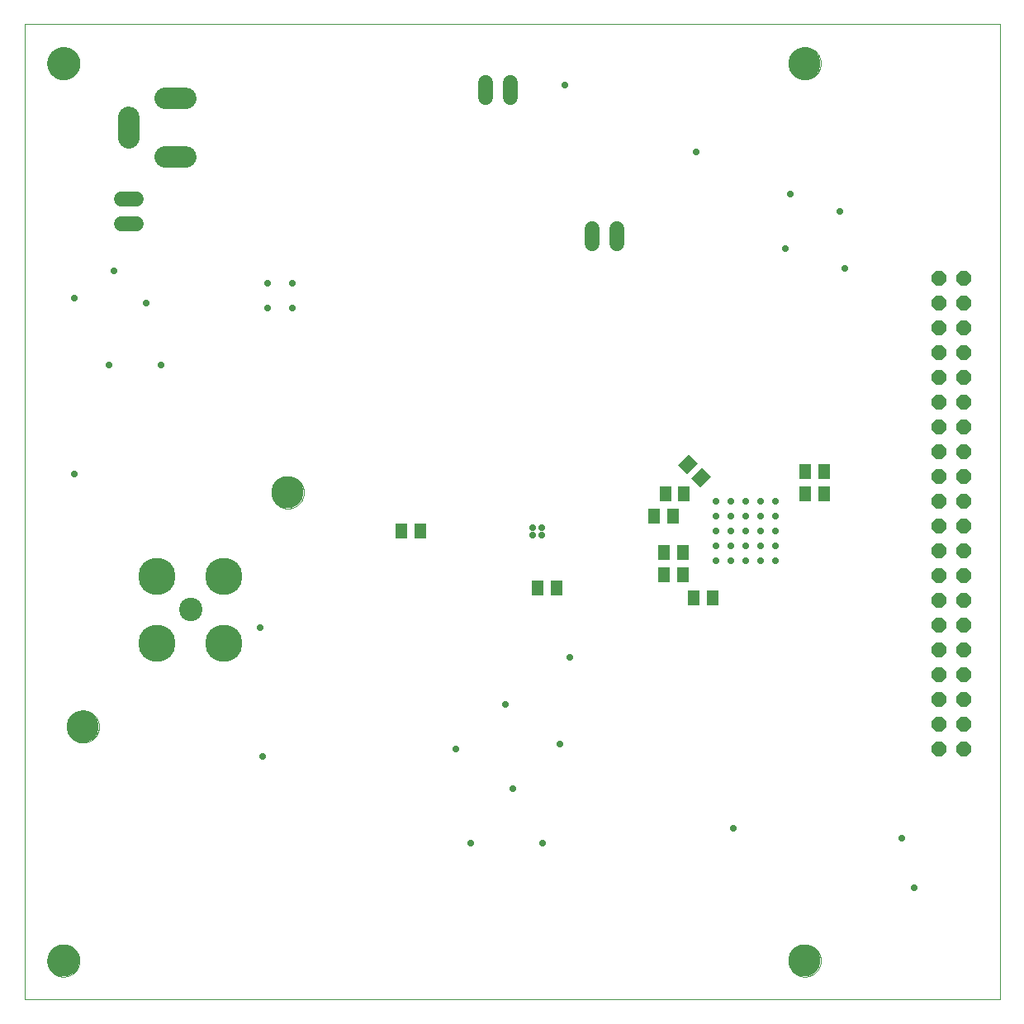
<source format=gbs>
G75*
%MOIN*%
%OFA0B0*%
%FSLAX25Y25*%
%IPPOS*%
%LPD*%
%AMOC8*
5,1,8,0,0,1.08239X$1,22.5*
%
%ADD10C,0.00000*%
%ADD11R,0.05118X0.05906*%
%ADD12C,0.08600*%
%ADD13C,0.09449*%
%ADD14C,0.15024*%
%ADD15C,0.12992*%
%ADD16OC8,0.05906*%
%ADD17C,0.06000*%
%ADD18C,0.02775*%
D10*
X0008500Y0005500D02*
X0008500Y0399201D01*
X0402201Y0399201D01*
X0402201Y0005500D01*
X0008500Y0005500D01*
X0017752Y0021248D02*
X0017754Y0021409D01*
X0017760Y0021569D01*
X0017770Y0021730D01*
X0017784Y0021890D01*
X0017802Y0022049D01*
X0017823Y0022209D01*
X0017849Y0022367D01*
X0017879Y0022525D01*
X0017912Y0022682D01*
X0017950Y0022839D01*
X0017991Y0022994D01*
X0018036Y0023148D01*
X0018085Y0023301D01*
X0018138Y0023453D01*
X0018194Y0023603D01*
X0018254Y0023752D01*
X0018318Y0023900D01*
X0018385Y0024046D01*
X0018456Y0024190D01*
X0018531Y0024332D01*
X0018609Y0024473D01*
X0018690Y0024611D01*
X0018775Y0024748D01*
X0018864Y0024882D01*
X0018955Y0025014D01*
X0019050Y0025144D01*
X0019148Y0025271D01*
X0019249Y0025396D01*
X0019353Y0025519D01*
X0019460Y0025638D01*
X0019570Y0025755D01*
X0019683Y0025870D01*
X0019799Y0025981D01*
X0019917Y0026090D01*
X0020038Y0026195D01*
X0020162Y0026298D01*
X0020288Y0026398D01*
X0020417Y0026494D01*
X0020548Y0026587D01*
X0020681Y0026677D01*
X0020816Y0026764D01*
X0020954Y0026847D01*
X0021093Y0026926D01*
X0021235Y0027003D01*
X0021378Y0027076D01*
X0021523Y0027145D01*
X0021670Y0027210D01*
X0021818Y0027272D01*
X0021968Y0027331D01*
X0022119Y0027385D01*
X0022271Y0027436D01*
X0022425Y0027483D01*
X0022580Y0027526D01*
X0022735Y0027565D01*
X0022892Y0027601D01*
X0023050Y0027633D01*
X0023208Y0027660D01*
X0023367Y0027684D01*
X0023526Y0027704D01*
X0023686Y0027720D01*
X0023847Y0027732D01*
X0024007Y0027740D01*
X0024168Y0027744D01*
X0024328Y0027744D01*
X0024489Y0027740D01*
X0024649Y0027732D01*
X0024810Y0027720D01*
X0024970Y0027704D01*
X0025129Y0027684D01*
X0025288Y0027660D01*
X0025446Y0027633D01*
X0025604Y0027601D01*
X0025761Y0027565D01*
X0025916Y0027526D01*
X0026071Y0027483D01*
X0026225Y0027436D01*
X0026377Y0027385D01*
X0026528Y0027331D01*
X0026678Y0027272D01*
X0026826Y0027210D01*
X0026973Y0027145D01*
X0027118Y0027076D01*
X0027261Y0027003D01*
X0027403Y0026926D01*
X0027542Y0026847D01*
X0027680Y0026764D01*
X0027815Y0026677D01*
X0027948Y0026587D01*
X0028079Y0026494D01*
X0028208Y0026398D01*
X0028334Y0026298D01*
X0028458Y0026195D01*
X0028579Y0026090D01*
X0028697Y0025981D01*
X0028813Y0025870D01*
X0028926Y0025755D01*
X0029036Y0025638D01*
X0029143Y0025519D01*
X0029247Y0025396D01*
X0029348Y0025271D01*
X0029446Y0025144D01*
X0029541Y0025014D01*
X0029632Y0024882D01*
X0029721Y0024748D01*
X0029806Y0024611D01*
X0029887Y0024473D01*
X0029965Y0024332D01*
X0030040Y0024190D01*
X0030111Y0024046D01*
X0030178Y0023900D01*
X0030242Y0023752D01*
X0030302Y0023603D01*
X0030358Y0023453D01*
X0030411Y0023301D01*
X0030460Y0023148D01*
X0030505Y0022994D01*
X0030546Y0022839D01*
X0030584Y0022682D01*
X0030617Y0022525D01*
X0030647Y0022367D01*
X0030673Y0022209D01*
X0030694Y0022049D01*
X0030712Y0021890D01*
X0030726Y0021730D01*
X0030736Y0021569D01*
X0030742Y0021409D01*
X0030744Y0021248D01*
X0030742Y0021087D01*
X0030736Y0020927D01*
X0030726Y0020766D01*
X0030712Y0020606D01*
X0030694Y0020447D01*
X0030673Y0020287D01*
X0030647Y0020129D01*
X0030617Y0019971D01*
X0030584Y0019814D01*
X0030546Y0019657D01*
X0030505Y0019502D01*
X0030460Y0019348D01*
X0030411Y0019195D01*
X0030358Y0019043D01*
X0030302Y0018893D01*
X0030242Y0018744D01*
X0030178Y0018596D01*
X0030111Y0018450D01*
X0030040Y0018306D01*
X0029965Y0018164D01*
X0029887Y0018023D01*
X0029806Y0017885D01*
X0029721Y0017748D01*
X0029632Y0017614D01*
X0029541Y0017482D01*
X0029446Y0017352D01*
X0029348Y0017225D01*
X0029247Y0017100D01*
X0029143Y0016977D01*
X0029036Y0016858D01*
X0028926Y0016741D01*
X0028813Y0016626D01*
X0028697Y0016515D01*
X0028579Y0016406D01*
X0028458Y0016301D01*
X0028334Y0016198D01*
X0028208Y0016098D01*
X0028079Y0016002D01*
X0027948Y0015909D01*
X0027815Y0015819D01*
X0027680Y0015732D01*
X0027542Y0015649D01*
X0027403Y0015570D01*
X0027261Y0015493D01*
X0027118Y0015420D01*
X0026973Y0015351D01*
X0026826Y0015286D01*
X0026678Y0015224D01*
X0026528Y0015165D01*
X0026377Y0015111D01*
X0026225Y0015060D01*
X0026071Y0015013D01*
X0025916Y0014970D01*
X0025761Y0014931D01*
X0025604Y0014895D01*
X0025446Y0014863D01*
X0025288Y0014836D01*
X0025129Y0014812D01*
X0024970Y0014792D01*
X0024810Y0014776D01*
X0024649Y0014764D01*
X0024489Y0014756D01*
X0024328Y0014752D01*
X0024168Y0014752D01*
X0024007Y0014756D01*
X0023847Y0014764D01*
X0023686Y0014776D01*
X0023526Y0014792D01*
X0023367Y0014812D01*
X0023208Y0014836D01*
X0023050Y0014863D01*
X0022892Y0014895D01*
X0022735Y0014931D01*
X0022580Y0014970D01*
X0022425Y0015013D01*
X0022271Y0015060D01*
X0022119Y0015111D01*
X0021968Y0015165D01*
X0021818Y0015224D01*
X0021670Y0015286D01*
X0021523Y0015351D01*
X0021378Y0015420D01*
X0021235Y0015493D01*
X0021093Y0015570D01*
X0020954Y0015649D01*
X0020816Y0015732D01*
X0020681Y0015819D01*
X0020548Y0015909D01*
X0020417Y0016002D01*
X0020288Y0016098D01*
X0020162Y0016198D01*
X0020038Y0016301D01*
X0019917Y0016406D01*
X0019799Y0016515D01*
X0019683Y0016626D01*
X0019570Y0016741D01*
X0019460Y0016858D01*
X0019353Y0016977D01*
X0019249Y0017100D01*
X0019148Y0017225D01*
X0019050Y0017352D01*
X0018955Y0017482D01*
X0018864Y0017614D01*
X0018775Y0017748D01*
X0018690Y0017885D01*
X0018609Y0018023D01*
X0018531Y0018164D01*
X0018456Y0018306D01*
X0018385Y0018450D01*
X0018318Y0018596D01*
X0018254Y0018744D01*
X0018194Y0018893D01*
X0018138Y0019043D01*
X0018085Y0019195D01*
X0018036Y0019348D01*
X0017991Y0019502D01*
X0017950Y0019657D01*
X0017912Y0019814D01*
X0017879Y0019971D01*
X0017849Y0020129D01*
X0017823Y0020287D01*
X0017802Y0020447D01*
X0017784Y0020606D01*
X0017770Y0020766D01*
X0017760Y0020927D01*
X0017754Y0021087D01*
X0017752Y0021248D01*
X0025626Y0115736D02*
X0025628Y0115897D01*
X0025634Y0116057D01*
X0025644Y0116218D01*
X0025658Y0116378D01*
X0025676Y0116537D01*
X0025697Y0116697D01*
X0025723Y0116855D01*
X0025753Y0117013D01*
X0025786Y0117170D01*
X0025824Y0117327D01*
X0025865Y0117482D01*
X0025910Y0117636D01*
X0025959Y0117789D01*
X0026012Y0117941D01*
X0026068Y0118091D01*
X0026128Y0118240D01*
X0026192Y0118388D01*
X0026259Y0118534D01*
X0026330Y0118678D01*
X0026405Y0118820D01*
X0026483Y0118961D01*
X0026564Y0119099D01*
X0026649Y0119236D01*
X0026738Y0119370D01*
X0026829Y0119502D01*
X0026924Y0119632D01*
X0027022Y0119759D01*
X0027123Y0119884D01*
X0027227Y0120007D01*
X0027334Y0120126D01*
X0027444Y0120243D01*
X0027557Y0120358D01*
X0027673Y0120469D01*
X0027791Y0120578D01*
X0027912Y0120683D01*
X0028036Y0120786D01*
X0028162Y0120886D01*
X0028291Y0120982D01*
X0028422Y0121075D01*
X0028555Y0121165D01*
X0028690Y0121252D01*
X0028828Y0121335D01*
X0028967Y0121414D01*
X0029109Y0121491D01*
X0029252Y0121564D01*
X0029397Y0121633D01*
X0029544Y0121698D01*
X0029692Y0121760D01*
X0029842Y0121819D01*
X0029993Y0121873D01*
X0030145Y0121924D01*
X0030299Y0121971D01*
X0030454Y0122014D01*
X0030609Y0122053D01*
X0030766Y0122089D01*
X0030924Y0122121D01*
X0031082Y0122148D01*
X0031241Y0122172D01*
X0031400Y0122192D01*
X0031560Y0122208D01*
X0031721Y0122220D01*
X0031881Y0122228D01*
X0032042Y0122232D01*
X0032202Y0122232D01*
X0032363Y0122228D01*
X0032523Y0122220D01*
X0032684Y0122208D01*
X0032844Y0122192D01*
X0033003Y0122172D01*
X0033162Y0122148D01*
X0033320Y0122121D01*
X0033478Y0122089D01*
X0033635Y0122053D01*
X0033790Y0122014D01*
X0033945Y0121971D01*
X0034099Y0121924D01*
X0034251Y0121873D01*
X0034402Y0121819D01*
X0034552Y0121760D01*
X0034700Y0121698D01*
X0034847Y0121633D01*
X0034992Y0121564D01*
X0035135Y0121491D01*
X0035277Y0121414D01*
X0035416Y0121335D01*
X0035554Y0121252D01*
X0035689Y0121165D01*
X0035822Y0121075D01*
X0035953Y0120982D01*
X0036082Y0120886D01*
X0036208Y0120786D01*
X0036332Y0120683D01*
X0036453Y0120578D01*
X0036571Y0120469D01*
X0036687Y0120358D01*
X0036800Y0120243D01*
X0036910Y0120126D01*
X0037017Y0120007D01*
X0037121Y0119884D01*
X0037222Y0119759D01*
X0037320Y0119632D01*
X0037415Y0119502D01*
X0037506Y0119370D01*
X0037595Y0119236D01*
X0037680Y0119099D01*
X0037761Y0118961D01*
X0037839Y0118820D01*
X0037914Y0118678D01*
X0037985Y0118534D01*
X0038052Y0118388D01*
X0038116Y0118240D01*
X0038176Y0118091D01*
X0038232Y0117941D01*
X0038285Y0117789D01*
X0038334Y0117636D01*
X0038379Y0117482D01*
X0038420Y0117327D01*
X0038458Y0117170D01*
X0038491Y0117013D01*
X0038521Y0116855D01*
X0038547Y0116697D01*
X0038568Y0116537D01*
X0038586Y0116378D01*
X0038600Y0116218D01*
X0038610Y0116057D01*
X0038616Y0115897D01*
X0038618Y0115736D01*
X0038616Y0115575D01*
X0038610Y0115415D01*
X0038600Y0115254D01*
X0038586Y0115094D01*
X0038568Y0114935D01*
X0038547Y0114775D01*
X0038521Y0114617D01*
X0038491Y0114459D01*
X0038458Y0114302D01*
X0038420Y0114145D01*
X0038379Y0113990D01*
X0038334Y0113836D01*
X0038285Y0113683D01*
X0038232Y0113531D01*
X0038176Y0113381D01*
X0038116Y0113232D01*
X0038052Y0113084D01*
X0037985Y0112938D01*
X0037914Y0112794D01*
X0037839Y0112652D01*
X0037761Y0112511D01*
X0037680Y0112373D01*
X0037595Y0112236D01*
X0037506Y0112102D01*
X0037415Y0111970D01*
X0037320Y0111840D01*
X0037222Y0111713D01*
X0037121Y0111588D01*
X0037017Y0111465D01*
X0036910Y0111346D01*
X0036800Y0111229D01*
X0036687Y0111114D01*
X0036571Y0111003D01*
X0036453Y0110894D01*
X0036332Y0110789D01*
X0036208Y0110686D01*
X0036082Y0110586D01*
X0035953Y0110490D01*
X0035822Y0110397D01*
X0035689Y0110307D01*
X0035554Y0110220D01*
X0035416Y0110137D01*
X0035277Y0110058D01*
X0035135Y0109981D01*
X0034992Y0109908D01*
X0034847Y0109839D01*
X0034700Y0109774D01*
X0034552Y0109712D01*
X0034402Y0109653D01*
X0034251Y0109599D01*
X0034099Y0109548D01*
X0033945Y0109501D01*
X0033790Y0109458D01*
X0033635Y0109419D01*
X0033478Y0109383D01*
X0033320Y0109351D01*
X0033162Y0109324D01*
X0033003Y0109300D01*
X0032844Y0109280D01*
X0032684Y0109264D01*
X0032523Y0109252D01*
X0032363Y0109244D01*
X0032202Y0109240D01*
X0032042Y0109240D01*
X0031881Y0109244D01*
X0031721Y0109252D01*
X0031560Y0109264D01*
X0031400Y0109280D01*
X0031241Y0109300D01*
X0031082Y0109324D01*
X0030924Y0109351D01*
X0030766Y0109383D01*
X0030609Y0109419D01*
X0030454Y0109458D01*
X0030299Y0109501D01*
X0030145Y0109548D01*
X0029993Y0109599D01*
X0029842Y0109653D01*
X0029692Y0109712D01*
X0029544Y0109774D01*
X0029397Y0109839D01*
X0029252Y0109908D01*
X0029109Y0109981D01*
X0028967Y0110058D01*
X0028828Y0110137D01*
X0028690Y0110220D01*
X0028555Y0110307D01*
X0028422Y0110397D01*
X0028291Y0110490D01*
X0028162Y0110586D01*
X0028036Y0110686D01*
X0027912Y0110789D01*
X0027791Y0110894D01*
X0027673Y0111003D01*
X0027557Y0111114D01*
X0027444Y0111229D01*
X0027334Y0111346D01*
X0027227Y0111465D01*
X0027123Y0111588D01*
X0027022Y0111713D01*
X0026924Y0111840D01*
X0026829Y0111970D01*
X0026738Y0112102D01*
X0026649Y0112236D01*
X0026564Y0112373D01*
X0026483Y0112511D01*
X0026405Y0112652D01*
X0026330Y0112794D01*
X0026259Y0112938D01*
X0026192Y0113084D01*
X0026128Y0113232D01*
X0026068Y0113381D01*
X0026012Y0113531D01*
X0025959Y0113683D01*
X0025910Y0113836D01*
X0025865Y0113990D01*
X0025824Y0114145D01*
X0025786Y0114302D01*
X0025753Y0114459D01*
X0025723Y0114617D01*
X0025697Y0114775D01*
X0025676Y0114935D01*
X0025658Y0115094D01*
X0025644Y0115254D01*
X0025634Y0115415D01*
X0025628Y0115575D01*
X0025626Y0115736D01*
X0108303Y0210224D02*
X0108305Y0210385D01*
X0108311Y0210545D01*
X0108321Y0210706D01*
X0108335Y0210866D01*
X0108353Y0211025D01*
X0108374Y0211185D01*
X0108400Y0211343D01*
X0108430Y0211501D01*
X0108463Y0211658D01*
X0108501Y0211815D01*
X0108542Y0211970D01*
X0108587Y0212124D01*
X0108636Y0212277D01*
X0108689Y0212429D01*
X0108745Y0212579D01*
X0108805Y0212728D01*
X0108869Y0212876D01*
X0108936Y0213022D01*
X0109007Y0213166D01*
X0109082Y0213308D01*
X0109160Y0213449D01*
X0109241Y0213587D01*
X0109326Y0213724D01*
X0109415Y0213858D01*
X0109506Y0213990D01*
X0109601Y0214120D01*
X0109699Y0214247D01*
X0109800Y0214372D01*
X0109904Y0214495D01*
X0110011Y0214614D01*
X0110121Y0214731D01*
X0110234Y0214846D01*
X0110350Y0214957D01*
X0110468Y0215066D01*
X0110589Y0215171D01*
X0110713Y0215274D01*
X0110839Y0215374D01*
X0110968Y0215470D01*
X0111099Y0215563D01*
X0111232Y0215653D01*
X0111367Y0215740D01*
X0111505Y0215823D01*
X0111644Y0215902D01*
X0111786Y0215979D01*
X0111929Y0216052D01*
X0112074Y0216121D01*
X0112221Y0216186D01*
X0112369Y0216248D01*
X0112519Y0216307D01*
X0112670Y0216361D01*
X0112822Y0216412D01*
X0112976Y0216459D01*
X0113131Y0216502D01*
X0113286Y0216541D01*
X0113443Y0216577D01*
X0113601Y0216609D01*
X0113759Y0216636D01*
X0113918Y0216660D01*
X0114077Y0216680D01*
X0114237Y0216696D01*
X0114398Y0216708D01*
X0114558Y0216716D01*
X0114719Y0216720D01*
X0114879Y0216720D01*
X0115040Y0216716D01*
X0115200Y0216708D01*
X0115361Y0216696D01*
X0115521Y0216680D01*
X0115680Y0216660D01*
X0115839Y0216636D01*
X0115997Y0216609D01*
X0116155Y0216577D01*
X0116312Y0216541D01*
X0116467Y0216502D01*
X0116622Y0216459D01*
X0116776Y0216412D01*
X0116928Y0216361D01*
X0117079Y0216307D01*
X0117229Y0216248D01*
X0117377Y0216186D01*
X0117524Y0216121D01*
X0117669Y0216052D01*
X0117812Y0215979D01*
X0117954Y0215902D01*
X0118093Y0215823D01*
X0118231Y0215740D01*
X0118366Y0215653D01*
X0118499Y0215563D01*
X0118630Y0215470D01*
X0118759Y0215374D01*
X0118885Y0215274D01*
X0119009Y0215171D01*
X0119130Y0215066D01*
X0119248Y0214957D01*
X0119364Y0214846D01*
X0119477Y0214731D01*
X0119587Y0214614D01*
X0119694Y0214495D01*
X0119798Y0214372D01*
X0119899Y0214247D01*
X0119997Y0214120D01*
X0120092Y0213990D01*
X0120183Y0213858D01*
X0120272Y0213724D01*
X0120357Y0213587D01*
X0120438Y0213449D01*
X0120516Y0213308D01*
X0120591Y0213166D01*
X0120662Y0213022D01*
X0120729Y0212876D01*
X0120793Y0212728D01*
X0120853Y0212579D01*
X0120909Y0212429D01*
X0120962Y0212277D01*
X0121011Y0212124D01*
X0121056Y0211970D01*
X0121097Y0211815D01*
X0121135Y0211658D01*
X0121168Y0211501D01*
X0121198Y0211343D01*
X0121224Y0211185D01*
X0121245Y0211025D01*
X0121263Y0210866D01*
X0121277Y0210706D01*
X0121287Y0210545D01*
X0121293Y0210385D01*
X0121295Y0210224D01*
X0121293Y0210063D01*
X0121287Y0209903D01*
X0121277Y0209742D01*
X0121263Y0209582D01*
X0121245Y0209423D01*
X0121224Y0209263D01*
X0121198Y0209105D01*
X0121168Y0208947D01*
X0121135Y0208790D01*
X0121097Y0208633D01*
X0121056Y0208478D01*
X0121011Y0208324D01*
X0120962Y0208171D01*
X0120909Y0208019D01*
X0120853Y0207869D01*
X0120793Y0207720D01*
X0120729Y0207572D01*
X0120662Y0207426D01*
X0120591Y0207282D01*
X0120516Y0207140D01*
X0120438Y0206999D01*
X0120357Y0206861D01*
X0120272Y0206724D01*
X0120183Y0206590D01*
X0120092Y0206458D01*
X0119997Y0206328D01*
X0119899Y0206201D01*
X0119798Y0206076D01*
X0119694Y0205953D01*
X0119587Y0205834D01*
X0119477Y0205717D01*
X0119364Y0205602D01*
X0119248Y0205491D01*
X0119130Y0205382D01*
X0119009Y0205277D01*
X0118885Y0205174D01*
X0118759Y0205074D01*
X0118630Y0204978D01*
X0118499Y0204885D01*
X0118366Y0204795D01*
X0118231Y0204708D01*
X0118093Y0204625D01*
X0117954Y0204546D01*
X0117812Y0204469D01*
X0117669Y0204396D01*
X0117524Y0204327D01*
X0117377Y0204262D01*
X0117229Y0204200D01*
X0117079Y0204141D01*
X0116928Y0204087D01*
X0116776Y0204036D01*
X0116622Y0203989D01*
X0116467Y0203946D01*
X0116312Y0203907D01*
X0116155Y0203871D01*
X0115997Y0203839D01*
X0115839Y0203812D01*
X0115680Y0203788D01*
X0115521Y0203768D01*
X0115361Y0203752D01*
X0115200Y0203740D01*
X0115040Y0203732D01*
X0114879Y0203728D01*
X0114719Y0203728D01*
X0114558Y0203732D01*
X0114398Y0203740D01*
X0114237Y0203752D01*
X0114077Y0203768D01*
X0113918Y0203788D01*
X0113759Y0203812D01*
X0113601Y0203839D01*
X0113443Y0203871D01*
X0113286Y0203907D01*
X0113131Y0203946D01*
X0112976Y0203989D01*
X0112822Y0204036D01*
X0112670Y0204087D01*
X0112519Y0204141D01*
X0112369Y0204200D01*
X0112221Y0204262D01*
X0112074Y0204327D01*
X0111929Y0204396D01*
X0111786Y0204469D01*
X0111644Y0204546D01*
X0111505Y0204625D01*
X0111367Y0204708D01*
X0111232Y0204795D01*
X0111099Y0204885D01*
X0110968Y0204978D01*
X0110839Y0205074D01*
X0110713Y0205174D01*
X0110589Y0205277D01*
X0110468Y0205382D01*
X0110350Y0205491D01*
X0110234Y0205602D01*
X0110121Y0205717D01*
X0110011Y0205834D01*
X0109904Y0205953D01*
X0109800Y0206076D01*
X0109699Y0206201D01*
X0109601Y0206328D01*
X0109506Y0206458D01*
X0109415Y0206590D01*
X0109326Y0206724D01*
X0109241Y0206861D01*
X0109160Y0206999D01*
X0109082Y0207140D01*
X0109007Y0207282D01*
X0108936Y0207426D01*
X0108869Y0207572D01*
X0108805Y0207720D01*
X0108745Y0207869D01*
X0108689Y0208019D01*
X0108636Y0208171D01*
X0108587Y0208324D01*
X0108542Y0208478D01*
X0108501Y0208633D01*
X0108463Y0208790D01*
X0108430Y0208947D01*
X0108400Y0209105D01*
X0108374Y0209263D01*
X0108353Y0209423D01*
X0108335Y0209582D01*
X0108321Y0209742D01*
X0108311Y0209903D01*
X0108305Y0210063D01*
X0108303Y0210224D01*
X0017752Y0383453D02*
X0017754Y0383614D01*
X0017760Y0383774D01*
X0017770Y0383935D01*
X0017784Y0384095D01*
X0017802Y0384254D01*
X0017823Y0384414D01*
X0017849Y0384572D01*
X0017879Y0384730D01*
X0017912Y0384887D01*
X0017950Y0385044D01*
X0017991Y0385199D01*
X0018036Y0385353D01*
X0018085Y0385506D01*
X0018138Y0385658D01*
X0018194Y0385808D01*
X0018254Y0385957D01*
X0018318Y0386105D01*
X0018385Y0386251D01*
X0018456Y0386395D01*
X0018531Y0386537D01*
X0018609Y0386678D01*
X0018690Y0386816D01*
X0018775Y0386953D01*
X0018864Y0387087D01*
X0018955Y0387219D01*
X0019050Y0387349D01*
X0019148Y0387476D01*
X0019249Y0387601D01*
X0019353Y0387724D01*
X0019460Y0387843D01*
X0019570Y0387960D01*
X0019683Y0388075D01*
X0019799Y0388186D01*
X0019917Y0388295D01*
X0020038Y0388400D01*
X0020162Y0388503D01*
X0020288Y0388603D01*
X0020417Y0388699D01*
X0020548Y0388792D01*
X0020681Y0388882D01*
X0020816Y0388969D01*
X0020954Y0389052D01*
X0021093Y0389131D01*
X0021235Y0389208D01*
X0021378Y0389281D01*
X0021523Y0389350D01*
X0021670Y0389415D01*
X0021818Y0389477D01*
X0021968Y0389536D01*
X0022119Y0389590D01*
X0022271Y0389641D01*
X0022425Y0389688D01*
X0022580Y0389731D01*
X0022735Y0389770D01*
X0022892Y0389806D01*
X0023050Y0389838D01*
X0023208Y0389865D01*
X0023367Y0389889D01*
X0023526Y0389909D01*
X0023686Y0389925D01*
X0023847Y0389937D01*
X0024007Y0389945D01*
X0024168Y0389949D01*
X0024328Y0389949D01*
X0024489Y0389945D01*
X0024649Y0389937D01*
X0024810Y0389925D01*
X0024970Y0389909D01*
X0025129Y0389889D01*
X0025288Y0389865D01*
X0025446Y0389838D01*
X0025604Y0389806D01*
X0025761Y0389770D01*
X0025916Y0389731D01*
X0026071Y0389688D01*
X0026225Y0389641D01*
X0026377Y0389590D01*
X0026528Y0389536D01*
X0026678Y0389477D01*
X0026826Y0389415D01*
X0026973Y0389350D01*
X0027118Y0389281D01*
X0027261Y0389208D01*
X0027403Y0389131D01*
X0027542Y0389052D01*
X0027680Y0388969D01*
X0027815Y0388882D01*
X0027948Y0388792D01*
X0028079Y0388699D01*
X0028208Y0388603D01*
X0028334Y0388503D01*
X0028458Y0388400D01*
X0028579Y0388295D01*
X0028697Y0388186D01*
X0028813Y0388075D01*
X0028926Y0387960D01*
X0029036Y0387843D01*
X0029143Y0387724D01*
X0029247Y0387601D01*
X0029348Y0387476D01*
X0029446Y0387349D01*
X0029541Y0387219D01*
X0029632Y0387087D01*
X0029721Y0386953D01*
X0029806Y0386816D01*
X0029887Y0386678D01*
X0029965Y0386537D01*
X0030040Y0386395D01*
X0030111Y0386251D01*
X0030178Y0386105D01*
X0030242Y0385957D01*
X0030302Y0385808D01*
X0030358Y0385658D01*
X0030411Y0385506D01*
X0030460Y0385353D01*
X0030505Y0385199D01*
X0030546Y0385044D01*
X0030584Y0384887D01*
X0030617Y0384730D01*
X0030647Y0384572D01*
X0030673Y0384414D01*
X0030694Y0384254D01*
X0030712Y0384095D01*
X0030726Y0383935D01*
X0030736Y0383774D01*
X0030742Y0383614D01*
X0030744Y0383453D01*
X0030742Y0383292D01*
X0030736Y0383132D01*
X0030726Y0382971D01*
X0030712Y0382811D01*
X0030694Y0382652D01*
X0030673Y0382492D01*
X0030647Y0382334D01*
X0030617Y0382176D01*
X0030584Y0382019D01*
X0030546Y0381862D01*
X0030505Y0381707D01*
X0030460Y0381553D01*
X0030411Y0381400D01*
X0030358Y0381248D01*
X0030302Y0381098D01*
X0030242Y0380949D01*
X0030178Y0380801D01*
X0030111Y0380655D01*
X0030040Y0380511D01*
X0029965Y0380369D01*
X0029887Y0380228D01*
X0029806Y0380090D01*
X0029721Y0379953D01*
X0029632Y0379819D01*
X0029541Y0379687D01*
X0029446Y0379557D01*
X0029348Y0379430D01*
X0029247Y0379305D01*
X0029143Y0379182D01*
X0029036Y0379063D01*
X0028926Y0378946D01*
X0028813Y0378831D01*
X0028697Y0378720D01*
X0028579Y0378611D01*
X0028458Y0378506D01*
X0028334Y0378403D01*
X0028208Y0378303D01*
X0028079Y0378207D01*
X0027948Y0378114D01*
X0027815Y0378024D01*
X0027680Y0377937D01*
X0027542Y0377854D01*
X0027403Y0377775D01*
X0027261Y0377698D01*
X0027118Y0377625D01*
X0026973Y0377556D01*
X0026826Y0377491D01*
X0026678Y0377429D01*
X0026528Y0377370D01*
X0026377Y0377316D01*
X0026225Y0377265D01*
X0026071Y0377218D01*
X0025916Y0377175D01*
X0025761Y0377136D01*
X0025604Y0377100D01*
X0025446Y0377068D01*
X0025288Y0377041D01*
X0025129Y0377017D01*
X0024970Y0376997D01*
X0024810Y0376981D01*
X0024649Y0376969D01*
X0024489Y0376961D01*
X0024328Y0376957D01*
X0024168Y0376957D01*
X0024007Y0376961D01*
X0023847Y0376969D01*
X0023686Y0376981D01*
X0023526Y0376997D01*
X0023367Y0377017D01*
X0023208Y0377041D01*
X0023050Y0377068D01*
X0022892Y0377100D01*
X0022735Y0377136D01*
X0022580Y0377175D01*
X0022425Y0377218D01*
X0022271Y0377265D01*
X0022119Y0377316D01*
X0021968Y0377370D01*
X0021818Y0377429D01*
X0021670Y0377491D01*
X0021523Y0377556D01*
X0021378Y0377625D01*
X0021235Y0377698D01*
X0021093Y0377775D01*
X0020954Y0377854D01*
X0020816Y0377937D01*
X0020681Y0378024D01*
X0020548Y0378114D01*
X0020417Y0378207D01*
X0020288Y0378303D01*
X0020162Y0378403D01*
X0020038Y0378506D01*
X0019917Y0378611D01*
X0019799Y0378720D01*
X0019683Y0378831D01*
X0019570Y0378946D01*
X0019460Y0379063D01*
X0019353Y0379182D01*
X0019249Y0379305D01*
X0019148Y0379430D01*
X0019050Y0379557D01*
X0018955Y0379687D01*
X0018864Y0379819D01*
X0018775Y0379953D01*
X0018690Y0380090D01*
X0018609Y0380228D01*
X0018531Y0380369D01*
X0018456Y0380511D01*
X0018385Y0380655D01*
X0018318Y0380801D01*
X0018254Y0380949D01*
X0018194Y0381098D01*
X0018138Y0381248D01*
X0018085Y0381400D01*
X0018036Y0381553D01*
X0017991Y0381707D01*
X0017950Y0381862D01*
X0017912Y0382019D01*
X0017879Y0382176D01*
X0017849Y0382334D01*
X0017823Y0382492D01*
X0017802Y0382652D01*
X0017784Y0382811D01*
X0017770Y0382971D01*
X0017760Y0383132D01*
X0017754Y0383292D01*
X0017752Y0383453D01*
X0316965Y0383453D02*
X0316967Y0383614D01*
X0316973Y0383774D01*
X0316983Y0383935D01*
X0316997Y0384095D01*
X0317015Y0384254D01*
X0317036Y0384414D01*
X0317062Y0384572D01*
X0317092Y0384730D01*
X0317125Y0384887D01*
X0317163Y0385044D01*
X0317204Y0385199D01*
X0317249Y0385353D01*
X0317298Y0385506D01*
X0317351Y0385658D01*
X0317407Y0385808D01*
X0317467Y0385957D01*
X0317531Y0386105D01*
X0317598Y0386251D01*
X0317669Y0386395D01*
X0317744Y0386537D01*
X0317822Y0386678D01*
X0317903Y0386816D01*
X0317988Y0386953D01*
X0318077Y0387087D01*
X0318168Y0387219D01*
X0318263Y0387349D01*
X0318361Y0387476D01*
X0318462Y0387601D01*
X0318566Y0387724D01*
X0318673Y0387843D01*
X0318783Y0387960D01*
X0318896Y0388075D01*
X0319012Y0388186D01*
X0319130Y0388295D01*
X0319251Y0388400D01*
X0319375Y0388503D01*
X0319501Y0388603D01*
X0319630Y0388699D01*
X0319761Y0388792D01*
X0319894Y0388882D01*
X0320029Y0388969D01*
X0320167Y0389052D01*
X0320306Y0389131D01*
X0320448Y0389208D01*
X0320591Y0389281D01*
X0320736Y0389350D01*
X0320883Y0389415D01*
X0321031Y0389477D01*
X0321181Y0389536D01*
X0321332Y0389590D01*
X0321484Y0389641D01*
X0321638Y0389688D01*
X0321793Y0389731D01*
X0321948Y0389770D01*
X0322105Y0389806D01*
X0322263Y0389838D01*
X0322421Y0389865D01*
X0322580Y0389889D01*
X0322739Y0389909D01*
X0322899Y0389925D01*
X0323060Y0389937D01*
X0323220Y0389945D01*
X0323381Y0389949D01*
X0323541Y0389949D01*
X0323702Y0389945D01*
X0323862Y0389937D01*
X0324023Y0389925D01*
X0324183Y0389909D01*
X0324342Y0389889D01*
X0324501Y0389865D01*
X0324659Y0389838D01*
X0324817Y0389806D01*
X0324974Y0389770D01*
X0325129Y0389731D01*
X0325284Y0389688D01*
X0325438Y0389641D01*
X0325590Y0389590D01*
X0325741Y0389536D01*
X0325891Y0389477D01*
X0326039Y0389415D01*
X0326186Y0389350D01*
X0326331Y0389281D01*
X0326474Y0389208D01*
X0326616Y0389131D01*
X0326755Y0389052D01*
X0326893Y0388969D01*
X0327028Y0388882D01*
X0327161Y0388792D01*
X0327292Y0388699D01*
X0327421Y0388603D01*
X0327547Y0388503D01*
X0327671Y0388400D01*
X0327792Y0388295D01*
X0327910Y0388186D01*
X0328026Y0388075D01*
X0328139Y0387960D01*
X0328249Y0387843D01*
X0328356Y0387724D01*
X0328460Y0387601D01*
X0328561Y0387476D01*
X0328659Y0387349D01*
X0328754Y0387219D01*
X0328845Y0387087D01*
X0328934Y0386953D01*
X0329019Y0386816D01*
X0329100Y0386678D01*
X0329178Y0386537D01*
X0329253Y0386395D01*
X0329324Y0386251D01*
X0329391Y0386105D01*
X0329455Y0385957D01*
X0329515Y0385808D01*
X0329571Y0385658D01*
X0329624Y0385506D01*
X0329673Y0385353D01*
X0329718Y0385199D01*
X0329759Y0385044D01*
X0329797Y0384887D01*
X0329830Y0384730D01*
X0329860Y0384572D01*
X0329886Y0384414D01*
X0329907Y0384254D01*
X0329925Y0384095D01*
X0329939Y0383935D01*
X0329949Y0383774D01*
X0329955Y0383614D01*
X0329957Y0383453D01*
X0329955Y0383292D01*
X0329949Y0383132D01*
X0329939Y0382971D01*
X0329925Y0382811D01*
X0329907Y0382652D01*
X0329886Y0382492D01*
X0329860Y0382334D01*
X0329830Y0382176D01*
X0329797Y0382019D01*
X0329759Y0381862D01*
X0329718Y0381707D01*
X0329673Y0381553D01*
X0329624Y0381400D01*
X0329571Y0381248D01*
X0329515Y0381098D01*
X0329455Y0380949D01*
X0329391Y0380801D01*
X0329324Y0380655D01*
X0329253Y0380511D01*
X0329178Y0380369D01*
X0329100Y0380228D01*
X0329019Y0380090D01*
X0328934Y0379953D01*
X0328845Y0379819D01*
X0328754Y0379687D01*
X0328659Y0379557D01*
X0328561Y0379430D01*
X0328460Y0379305D01*
X0328356Y0379182D01*
X0328249Y0379063D01*
X0328139Y0378946D01*
X0328026Y0378831D01*
X0327910Y0378720D01*
X0327792Y0378611D01*
X0327671Y0378506D01*
X0327547Y0378403D01*
X0327421Y0378303D01*
X0327292Y0378207D01*
X0327161Y0378114D01*
X0327028Y0378024D01*
X0326893Y0377937D01*
X0326755Y0377854D01*
X0326616Y0377775D01*
X0326474Y0377698D01*
X0326331Y0377625D01*
X0326186Y0377556D01*
X0326039Y0377491D01*
X0325891Y0377429D01*
X0325741Y0377370D01*
X0325590Y0377316D01*
X0325438Y0377265D01*
X0325284Y0377218D01*
X0325129Y0377175D01*
X0324974Y0377136D01*
X0324817Y0377100D01*
X0324659Y0377068D01*
X0324501Y0377041D01*
X0324342Y0377017D01*
X0324183Y0376997D01*
X0324023Y0376981D01*
X0323862Y0376969D01*
X0323702Y0376961D01*
X0323541Y0376957D01*
X0323381Y0376957D01*
X0323220Y0376961D01*
X0323060Y0376969D01*
X0322899Y0376981D01*
X0322739Y0376997D01*
X0322580Y0377017D01*
X0322421Y0377041D01*
X0322263Y0377068D01*
X0322105Y0377100D01*
X0321948Y0377136D01*
X0321793Y0377175D01*
X0321638Y0377218D01*
X0321484Y0377265D01*
X0321332Y0377316D01*
X0321181Y0377370D01*
X0321031Y0377429D01*
X0320883Y0377491D01*
X0320736Y0377556D01*
X0320591Y0377625D01*
X0320448Y0377698D01*
X0320306Y0377775D01*
X0320167Y0377854D01*
X0320029Y0377937D01*
X0319894Y0378024D01*
X0319761Y0378114D01*
X0319630Y0378207D01*
X0319501Y0378303D01*
X0319375Y0378403D01*
X0319251Y0378506D01*
X0319130Y0378611D01*
X0319012Y0378720D01*
X0318896Y0378831D01*
X0318783Y0378946D01*
X0318673Y0379063D01*
X0318566Y0379182D01*
X0318462Y0379305D01*
X0318361Y0379430D01*
X0318263Y0379557D01*
X0318168Y0379687D01*
X0318077Y0379819D01*
X0317988Y0379953D01*
X0317903Y0380090D01*
X0317822Y0380228D01*
X0317744Y0380369D01*
X0317669Y0380511D01*
X0317598Y0380655D01*
X0317531Y0380801D01*
X0317467Y0380949D01*
X0317407Y0381098D01*
X0317351Y0381248D01*
X0317298Y0381400D01*
X0317249Y0381553D01*
X0317204Y0381707D01*
X0317163Y0381862D01*
X0317125Y0382019D01*
X0317092Y0382176D01*
X0317062Y0382334D01*
X0317036Y0382492D01*
X0317015Y0382652D01*
X0316997Y0382811D01*
X0316983Y0382971D01*
X0316973Y0383132D01*
X0316967Y0383292D01*
X0316965Y0383453D01*
X0316965Y0021248D02*
X0316967Y0021409D01*
X0316973Y0021569D01*
X0316983Y0021730D01*
X0316997Y0021890D01*
X0317015Y0022049D01*
X0317036Y0022209D01*
X0317062Y0022367D01*
X0317092Y0022525D01*
X0317125Y0022682D01*
X0317163Y0022839D01*
X0317204Y0022994D01*
X0317249Y0023148D01*
X0317298Y0023301D01*
X0317351Y0023453D01*
X0317407Y0023603D01*
X0317467Y0023752D01*
X0317531Y0023900D01*
X0317598Y0024046D01*
X0317669Y0024190D01*
X0317744Y0024332D01*
X0317822Y0024473D01*
X0317903Y0024611D01*
X0317988Y0024748D01*
X0318077Y0024882D01*
X0318168Y0025014D01*
X0318263Y0025144D01*
X0318361Y0025271D01*
X0318462Y0025396D01*
X0318566Y0025519D01*
X0318673Y0025638D01*
X0318783Y0025755D01*
X0318896Y0025870D01*
X0319012Y0025981D01*
X0319130Y0026090D01*
X0319251Y0026195D01*
X0319375Y0026298D01*
X0319501Y0026398D01*
X0319630Y0026494D01*
X0319761Y0026587D01*
X0319894Y0026677D01*
X0320029Y0026764D01*
X0320167Y0026847D01*
X0320306Y0026926D01*
X0320448Y0027003D01*
X0320591Y0027076D01*
X0320736Y0027145D01*
X0320883Y0027210D01*
X0321031Y0027272D01*
X0321181Y0027331D01*
X0321332Y0027385D01*
X0321484Y0027436D01*
X0321638Y0027483D01*
X0321793Y0027526D01*
X0321948Y0027565D01*
X0322105Y0027601D01*
X0322263Y0027633D01*
X0322421Y0027660D01*
X0322580Y0027684D01*
X0322739Y0027704D01*
X0322899Y0027720D01*
X0323060Y0027732D01*
X0323220Y0027740D01*
X0323381Y0027744D01*
X0323541Y0027744D01*
X0323702Y0027740D01*
X0323862Y0027732D01*
X0324023Y0027720D01*
X0324183Y0027704D01*
X0324342Y0027684D01*
X0324501Y0027660D01*
X0324659Y0027633D01*
X0324817Y0027601D01*
X0324974Y0027565D01*
X0325129Y0027526D01*
X0325284Y0027483D01*
X0325438Y0027436D01*
X0325590Y0027385D01*
X0325741Y0027331D01*
X0325891Y0027272D01*
X0326039Y0027210D01*
X0326186Y0027145D01*
X0326331Y0027076D01*
X0326474Y0027003D01*
X0326616Y0026926D01*
X0326755Y0026847D01*
X0326893Y0026764D01*
X0327028Y0026677D01*
X0327161Y0026587D01*
X0327292Y0026494D01*
X0327421Y0026398D01*
X0327547Y0026298D01*
X0327671Y0026195D01*
X0327792Y0026090D01*
X0327910Y0025981D01*
X0328026Y0025870D01*
X0328139Y0025755D01*
X0328249Y0025638D01*
X0328356Y0025519D01*
X0328460Y0025396D01*
X0328561Y0025271D01*
X0328659Y0025144D01*
X0328754Y0025014D01*
X0328845Y0024882D01*
X0328934Y0024748D01*
X0329019Y0024611D01*
X0329100Y0024473D01*
X0329178Y0024332D01*
X0329253Y0024190D01*
X0329324Y0024046D01*
X0329391Y0023900D01*
X0329455Y0023752D01*
X0329515Y0023603D01*
X0329571Y0023453D01*
X0329624Y0023301D01*
X0329673Y0023148D01*
X0329718Y0022994D01*
X0329759Y0022839D01*
X0329797Y0022682D01*
X0329830Y0022525D01*
X0329860Y0022367D01*
X0329886Y0022209D01*
X0329907Y0022049D01*
X0329925Y0021890D01*
X0329939Y0021730D01*
X0329949Y0021569D01*
X0329955Y0021409D01*
X0329957Y0021248D01*
X0329955Y0021087D01*
X0329949Y0020927D01*
X0329939Y0020766D01*
X0329925Y0020606D01*
X0329907Y0020447D01*
X0329886Y0020287D01*
X0329860Y0020129D01*
X0329830Y0019971D01*
X0329797Y0019814D01*
X0329759Y0019657D01*
X0329718Y0019502D01*
X0329673Y0019348D01*
X0329624Y0019195D01*
X0329571Y0019043D01*
X0329515Y0018893D01*
X0329455Y0018744D01*
X0329391Y0018596D01*
X0329324Y0018450D01*
X0329253Y0018306D01*
X0329178Y0018164D01*
X0329100Y0018023D01*
X0329019Y0017885D01*
X0328934Y0017748D01*
X0328845Y0017614D01*
X0328754Y0017482D01*
X0328659Y0017352D01*
X0328561Y0017225D01*
X0328460Y0017100D01*
X0328356Y0016977D01*
X0328249Y0016858D01*
X0328139Y0016741D01*
X0328026Y0016626D01*
X0327910Y0016515D01*
X0327792Y0016406D01*
X0327671Y0016301D01*
X0327547Y0016198D01*
X0327421Y0016098D01*
X0327292Y0016002D01*
X0327161Y0015909D01*
X0327028Y0015819D01*
X0326893Y0015732D01*
X0326755Y0015649D01*
X0326616Y0015570D01*
X0326474Y0015493D01*
X0326331Y0015420D01*
X0326186Y0015351D01*
X0326039Y0015286D01*
X0325891Y0015224D01*
X0325741Y0015165D01*
X0325590Y0015111D01*
X0325438Y0015060D01*
X0325284Y0015013D01*
X0325129Y0014970D01*
X0324974Y0014931D01*
X0324817Y0014895D01*
X0324659Y0014863D01*
X0324501Y0014836D01*
X0324342Y0014812D01*
X0324183Y0014792D01*
X0324023Y0014776D01*
X0323862Y0014764D01*
X0323702Y0014756D01*
X0323541Y0014752D01*
X0323381Y0014752D01*
X0323220Y0014756D01*
X0323060Y0014764D01*
X0322899Y0014776D01*
X0322739Y0014792D01*
X0322580Y0014812D01*
X0322421Y0014836D01*
X0322263Y0014863D01*
X0322105Y0014895D01*
X0321948Y0014931D01*
X0321793Y0014970D01*
X0321638Y0015013D01*
X0321484Y0015060D01*
X0321332Y0015111D01*
X0321181Y0015165D01*
X0321031Y0015224D01*
X0320883Y0015286D01*
X0320736Y0015351D01*
X0320591Y0015420D01*
X0320448Y0015493D01*
X0320306Y0015570D01*
X0320167Y0015649D01*
X0320029Y0015732D01*
X0319894Y0015819D01*
X0319761Y0015909D01*
X0319630Y0016002D01*
X0319501Y0016098D01*
X0319375Y0016198D01*
X0319251Y0016301D01*
X0319130Y0016406D01*
X0319012Y0016515D01*
X0318896Y0016626D01*
X0318783Y0016741D01*
X0318673Y0016858D01*
X0318566Y0016977D01*
X0318462Y0017100D01*
X0318361Y0017225D01*
X0318263Y0017352D01*
X0318168Y0017482D01*
X0318077Y0017614D01*
X0317988Y0017748D01*
X0317903Y0017885D01*
X0317822Y0018023D01*
X0317744Y0018164D01*
X0317669Y0018306D01*
X0317598Y0018450D01*
X0317531Y0018596D01*
X0317467Y0018744D01*
X0317407Y0018893D01*
X0317351Y0019043D01*
X0317298Y0019195D01*
X0317249Y0019348D01*
X0317204Y0019502D01*
X0317163Y0019657D01*
X0317125Y0019814D01*
X0317092Y0019971D01*
X0317062Y0020129D01*
X0317036Y0020287D01*
X0317015Y0020447D01*
X0316997Y0020606D01*
X0316983Y0020766D01*
X0316973Y0020927D01*
X0316967Y0021087D01*
X0316965Y0021248D01*
D11*
X0286240Y0167500D03*
X0278760Y0167500D03*
X0274240Y0177000D03*
X0266760Y0177000D03*
X0266760Y0186000D03*
X0274240Y0186000D03*
X0270240Y0200500D03*
X0262760Y0200500D03*
X0267260Y0209500D03*
X0274740Y0209500D03*
G36*
X0281367Y0212358D02*
X0277748Y0215977D01*
X0281923Y0220152D01*
X0285542Y0216533D01*
X0281367Y0212358D01*
G37*
G36*
X0276077Y0217648D02*
X0272458Y0221267D01*
X0276633Y0225442D01*
X0280252Y0221823D01*
X0276077Y0217648D01*
G37*
X0323760Y0218500D03*
X0331240Y0218500D03*
X0331240Y0209500D03*
X0323760Y0209500D03*
X0223240Y0171500D03*
X0215760Y0171500D03*
X0168240Y0194500D03*
X0160760Y0194500D03*
D12*
X0073800Y0345689D02*
X0065200Y0345689D01*
X0050602Y0353200D02*
X0050602Y0361800D01*
X0065200Y0369311D02*
X0073800Y0369311D01*
D13*
X0075500Y0162980D03*
D14*
X0061996Y0149476D03*
X0089004Y0149476D03*
X0089004Y0176484D03*
X0061996Y0176484D03*
D15*
X0114799Y0210224D03*
X0032122Y0115736D03*
X0024248Y0021248D03*
X0323461Y0021248D03*
X0323461Y0383453D03*
X0024248Y0383453D03*
D16*
X0377500Y0296500D03*
X0377500Y0286500D03*
X0377500Y0276500D03*
X0377500Y0266500D03*
X0377500Y0256500D03*
X0377500Y0246500D03*
X0377500Y0236500D03*
X0377500Y0226500D03*
X0377500Y0216500D03*
X0377500Y0206500D03*
X0377500Y0196500D03*
X0377500Y0186500D03*
X0377500Y0176500D03*
X0377500Y0166500D03*
X0377500Y0156500D03*
X0377500Y0146500D03*
X0377500Y0136500D03*
X0377500Y0126500D03*
X0377500Y0116500D03*
X0377500Y0106500D03*
X0387500Y0106500D03*
X0387500Y0116500D03*
X0387500Y0126500D03*
X0387500Y0136500D03*
X0387500Y0146500D03*
X0387500Y0156500D03*
X0387500Y0166500D03*
X0387500Y0176500D03*
X0387500Y0186500D03*
X0387500Y0196500D03*
X0387500Y0206500D03*
X0387500Y0216500D03*
X0387500Y0226500D03*
X0387500Y0236500D03*
X0387500Y0246500D03*
X0387500Y0256500D03*
X0387500Y0266500D03*
X0387500Y0276500D03*
X0387500Y0286500D03*
X0387500Y0296500D03*
D17*
X0247500Y0310500D02*
X0247500Y0316500D01*
X0237500Y0316500D02*
X0237500Y0310500D01*
X0204500Y0369500D02*
X0204500Y0375500D01*
X0194500Y0375500D02*
X0194500Y0369500D01*
X0053500Y0328500D02*
X0047500Y0328500D01*
X0047500Y0318500D02*
X0053500Y0318500D01*
D18*
X0044500Y0299500D03*
X0028500Y0288500D03*
X0057500Y0286500D03*
X0063500Y0261500D03*
X0042500Y0261500D03*
X0028500Y0217500D03*
X0103500Y0155500D03*
X0104500Y0103500D03*
X0182500Y0106500D03*
X0202500Y0124500D03*
X0224500Y0108500D03*
X0205500Y0090500D03*
X0217500Y0068500D03*
X0188500Y0068500D03*
X0228500Y0143500D03*
X0217300Y0192900D03*
X0217300Y0196100D03*
X0213700Y0196100D03*
X0213700Y0192900D03*
X0287500Y0194500D03*
X0287500Y0200500D03*
X0287500Y0206500D03*
X0293500Y0206500D03*
X0299500Y0206500D03*
X0299500Y0200500D03*
X0299500Y0194500D03*
X0293500Y0194500D03*
X0293500Y0200500D03*
X0293500Y0188500D03*
X0293500Y0182500D03*
X0299500Y0182500D03*
X0299500Y0188500D03*
X0305500Y0188500D03*
X0305500Y0182500D03*
X0311500Y0182500D03*
X0311500Y0188500D03*
X0311500Y0194500D03*
X0311500Y0200500D03*
X0305500Y0200500D03*
X0305500Y0194500D03*
X0305500Y0206500D03*
X0311500Y0206500D03*
X0287500Y0188500D03*
X0287500Y0182500D03*
X0294500Y0074500D03*
X0362500Y0070500D03*
X0367500Y0050500D03*
X0339500Y0300500D03*
X0337500Y0323500D03*
X0317500Y0330500D03*
X0315500Y0308500D03*
X0279500Y0347500D03*
X0226500Y0374500D03*
X0116500Y0294500D03*
X0116500Y0284500D03*
X0106500Y0284500D03*
X0106500Y0294500D03*
M02*

</source>
